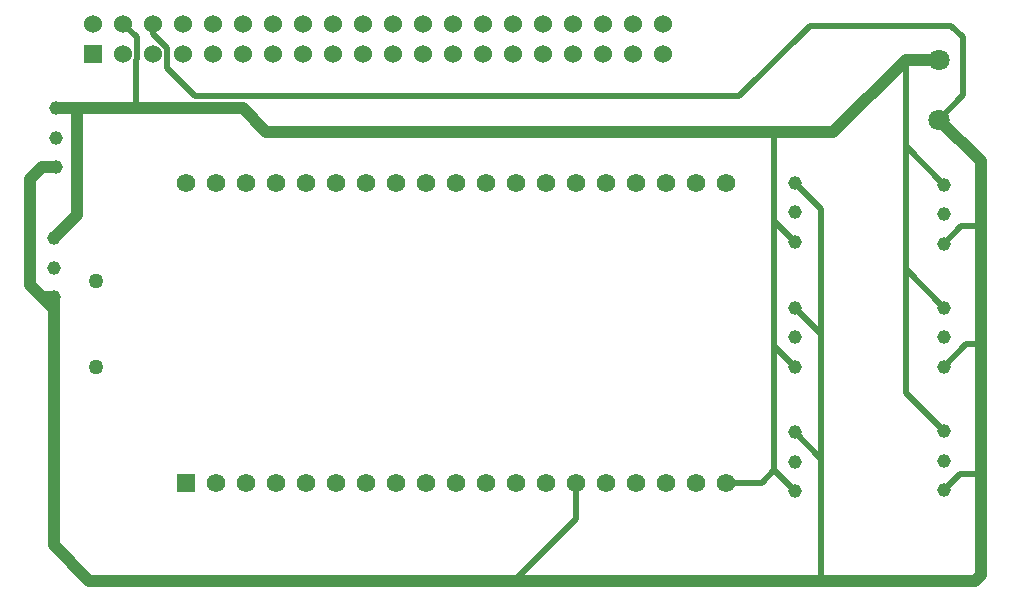
<source format=gbr>
G04 EAGLE Gerber RS-274X export*
G75*
%MOMM*%
%FSLAX34Y34*%
%LPD*%
%INTop Copper*%
%IPPOS*%
%AMOC8*
5,1,8,0,0,1.08239X$1,22.5*%
G01*
G04 Define Apertures*
%ADD10C,1.148000*%
%ADD11C,1.800000*%
%ADD12C,1.260000*%
%ADD13R,1.524000X1.524000*%
%ADD14C,1.524000*%
%ADD15R,1.560000X1.560000*%
%ADD16C,1.560000*%
%ADD17C,1.016000*%
%ADD18C,0.508000*%
D10*
X52200Y420100D03*
X52200Y445100D03*
X52200Y470100D03*
D11*
X799500Y511200D03*
X799500Y460400D03*
D12*
X86000Y323600D03*
X86000Y251200D03*
D10*
X677800Y195600D03*
X677800Y170600D03*
X677800Y145600D03*
X677800Y301300D03*
X677800Y276300D03*
X677800Y251300D03*
X677800Y407000D03*
X677800Y382000D03*
X677800Y357000D03*
X803800Y146700D03*
X803800Y171700D03*
X803800Y196700D03*
X803800Y251000D03*
X803800Y276000D03*
X803800Y301000D03*
X803800Y355300D03*
X803800Y380300D03*
X803800Y405300D03*
D13*
X83700Y516252D03*
D14*
X83566Y541670D03*
X108966Y516270D03*
X108966Y541670D03*
X134366Y516270D03*
X134366Y541670D03*
X159766Y516270D03*
X159766Y541670D03*
X185166Y516270D03*
X185166Y541670D03*
X210566Y516270D03*
X210566Y541670D03*
X235966Y516270D03*
X235966Y541670D03*
X261366Y516270D03*
X261366Y541670D03*
X286766Y516270D03*
X286766Y541670D03*
X312166Y516270D03*
X312166Y541670D03*
X337566Y516270D03*
X337566Y541670D03*
X362966Y516270D03*
X362966Y541670D03*
X388366Y516270D03*
X388366Y541670D03*
X413766Y516270D03*
X413766Y541670D03*
X439166Y516270D03*
X439166Y541670D03*
X464566Y516270D03*
X464566Y541670D03*
X489966Y516270D03*
X489966Y541670D03*
X515366Y516270D03*
X515366Y541670D03*
X540766Y516270D03*
X540766Y541670D03*
X566166Y516270D03*
X566166Y541670D03*
D10*
X50000Y310000D03*
X50000Y335000D03*
X50000Y360000D03*
D15*
X162400Y153000D03*
D16*
X187800Y153000D03*
X619600Y153000D03*
X213200Y153000D03*
X238600Y153000D03*
X264000Y153000D03*
X289400Y153000D03*
X314800Y153000D03*
X340200Y153000D03*
X365600Y153000D03*
X391000Y153000D03*
X416400Y153000D03*
X441800Y153000D03*
X467200Y153000D03*
X492600Y153000D03*
X518000Y153000D03*
X543400Y153000D03*
X568800Y153000D03*
X594200Y153000D03*
X162400Y407000D03*
X187800Y407000D03*
X213200Y407000D03*
X238600Y407000D03*
X264000Y407000D03*
X289400Y407000D03*
X314800Y407000D03*
X340200Y407000D03*
X365600Y407000D03*
X391000Y407000D03*
X416400Y407000D03*
X441800Y407000D03*
X467200Y407000D03*
X492600Y407000D03*
X518000Y407000D03*
X543400Y407000D03*
X568800Y407000D03*
X594200Y407000D03*
X619600Y407000D03*
D17*
X799500Y460400D02*
X834760Y425140D01*
X834760Y370000D01*
X834760Y270000D01*
X834760Y160000D01*
X834760Y74760D01*
X830000Y70000D01*
X700000Y70000D01*
X440000Y70000D01*
X80000Y70000D01*
X50000Y100000D01*
X50000Y300000D01*
X50000Y310000D01*
X40000Y310000D01*
X30000Y320000D01*
X30000Y410000D01*
X40100Y420100D01*
X52200Y420100D01*
X40000Y310000D02*
X50000Y300000D01*
D18*
X803800Y355300D02*
X818500Y370000D01*
X834760Y370000D01*
X822800Y270000D02*
X803800Y251000D01*
X822800Y270000D02*
X834760Y270000D01*
X817100Y160000D02*
X803800Y146700D01*
X817100Y160000D02*
X834760Y160000D01*
X492600Y153000D02*
X492600Y122600D01*
X440000Y70000D01*
X700000Y70000D02*
X700000Y173400D01*
X677800Y195600D01*
X700000Y173400D02*
X700000Y279100D01*
X677800Y301300D01*
X700000Y279100D02*
X700000Y384800D01*
X677800Y407000D01*
X799500Y460400D02*
X820000Y480900D01*
X820000Y530000D01*
X810000Y540000D01*
X690000Y540000D01*
X630000Y480000D01*
X170000Y480000D01*
X146050Y503950D01*
X134366Y532794D02*
X134366Y541670D01*
X146050Y521110D02*
X146050Y503950D01*
X146050Y521110D02*
X134366Y532794D01*
D17*
X710000Y450000D02*
X771200Y511200D01*
X710000Y450000D02*
X660000Y450000D01*
X230000Y450000D01*
X209900Y470100D01*
X120000Y470100D01*
X70000Y470100D01*
X52200Y470100D01*
D18*
X120000Y510780D02*
X120650Y511430D01*
X120000Y510780D02*
X120000Y470100D01*
X120650Y529986D02*
X108966Y541670D01*
X120650Y529986D02*
X120650Y511430D01*
D17*
X771200Y511200D02*
X799500Y511200D01*
D18*
X771200Y437900D02*
X803800Y405300D01*
X771200Y437900D02*
X771200Y511200D01*
X771200Y437900D02*
X771200Y333600D01*
X803800Y301000D01*
X771200Y333600D02*
X771200Y229300D01*
X803800Y196700D01*
X660000Y374800D02*
X660000Y450000D01*
X660000Y374800D02*
X677800Y357000D01*
X660000Y374800D02*
X660000Y269100D01*
X677800Y251300D01*
X660000Y269100D02*
X660000Y163400D01*
X677800Y145600D01*
X649600Y153000D02*
X619600Y153000D01*
X649600Y153000D02*
X660000Y163400D01*
D17*
X70000Y380000D02*
X50000Y360000D01*
X70000Y380000D02*
X70000Y470100D01*
M02*

</source>
